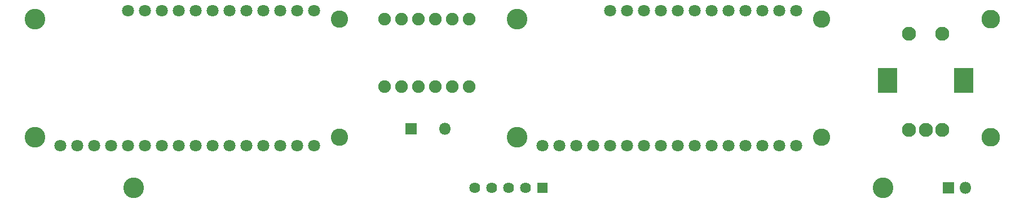
<source format=gbs>
G04 #@! TF.GenerationSoftware,KiCad,Pcbnew,(5.1.6-0-10_14)*
G04 #@! TF.CreationDate,2020-05-31T20:42:27-07:00*
G04 #@! TF.ProjectId,Clock_MiniM4_Pelican,436c6f63-6b5f-44d6-996e-694d345f5065,v01*
G04 #@! TF.SameCoordinates,Original*
G04 #@! TF.FileFunction,Soldermask,Bot*
G04 #@! TF.FilePolarity,Negative*
%FSLAX46Y46*%
G04 Gerber Fmt 4.6, Leading zero omitted, Abs format (unit mm)*
G04 Created by KiCad (PCBNEW (5.1.6-0-10_14)) date 2020-05-31 20:42:27*
%MOMM*%
%LPD*%
G01*
G04 APERTURE LIST*
%ADD10C,3.101600*%
%ADD11R,1.625600X1.625600*%
%ADD12C,1.625600*%
%ADD13C,2.801600*%
%ADD14C,1.901600*%
%ADD15C,1.801600*%
%ADD16C,2.601600*%
%ADD17O,1.801600X1.801600*%
%ADD18R,1.801600X1.801600*%
%ADD19C,2.101600*%
%ADD20R,2.901600X3.701600*%
G04 APERTURE END LIST*
D10*
X96139000Y-68580000D03*
X208661000Y-68580000D03*
D11*
X157480000Y-68580000D03*
D12*
X154940000Y-68580000D03*
X149860000Y-68580000D03*
X147320000Y-68580000D03*
X152400000Y-68580000D03*
D13*
X224790000Y-60960000D03*
X224790000Y-43180000D03*
D14*
X146491666Y-43180000D03*
X143951666Y-43180000D03*
X141411666Y-43180000D03*
X138871666Y-43180000D03*
X136331666Y-43180000D03*
X133791666Y-43180000D03*
X133791666Y-53340000D03*
X136331666Y-53340000D03*
X138871666Y-53340000D03*
X141411666Y-53340000D03*
X143951666Y-53340000D03*
X146491666Y-53340000D03*
D15*
X157480000Y-62230000D03*
X160020000Y-62230000D03*
X162560000Y-62230000D03*
X165100000Y-62230000D03*
X167640000Y-62230000D03*
X170180000Y-62230000D03*
X172720000Y-62230000D03*
X175260000Y-62230000D03*
X177800000Y-62230000D03*
X180340000Y-62230000D03*
X182880000Y-62230000D03*
X185420000Y-62230000D03*
X187960000Y-62230000D03*
X190500000Y-62230000D03*
X193040000Y-62230000D03*
X195580000Y-62230000D03*
X167640000Y-41910000D03*
X170180000Y-41910000D03*
X172720000Y-41910000D03*
X175260000Y-41910000D03*
X177800000Y-41910000D03*
X180340000Y-41910000D03*
X182880000Y-41910000D03*
X185420000Y-41910000D03*
X187960000Y-41910000D03*
X190500000Y-41910000D03*
X193040000Y-41910000D03*
X195580000Y-41910000D03*
D16*
X199390000Y-43180000D03*
X199390000Y-60960000D03*
D10*
X153670000Y-60960000D03*
X153670000Y-43180000D03*
D17*
X142875000Y-59690000D03*
D18*
X137795000Y-59690000D03*
D17*
X220980000Y-68580000D03*
D18*
X218440000Y-68580000D03*
D19*
X217550000Y-59870000D03*
X215050000Y-59870000D03*
X212550000Y-59870000D03*
X217550000Y-45370000D03*
X212550000Y-45370000D03*
D20*
X220750000Y-52370000D03*
X209350000Y-52370000D03*
D15*
X85090000Y-62230000D03*
X87630000Y-62230000D03*
X90170000Y-62230000D03*
X92710000Y-62230000D03*
X95250000Y-62230000D03*
X97790000Y-62230000D03*
X100330000Y-62230000D03*
X102870000Y-62230000D03*
X105410000Y-62230000D03*
X107950000Y-62230000D03*
X110490000Y-62230000D03*
X113030000Y-62230000D03*
X115570000Y-62230000D03*
X118110000Y-62230000D03*
X120650000Y-62230000D03*
X123190000Y-62230000D03*
X95250000Y-41910000D03*
X97790000Y-41910000D03*
X100330000Y-41910000D03*
X102870000Y-41910000D03*
X105410000Y-41910000D03*
X107950000Y-41910000D03*
X110490000Y-41910000D03*
X113030000Y-41910000D03*
X115570000Y-41910000D03*
X118110000Y-41910000D03*
X120650000Y-41910000D03*
X123190000Y-41910000D03*
D16*
X127000000Y-43180000D03*
X127000000Y-60960000D03*
D10*
X81280000Y-60960000D03*
X81280000Y-43180000D03*
M02*

</source>
